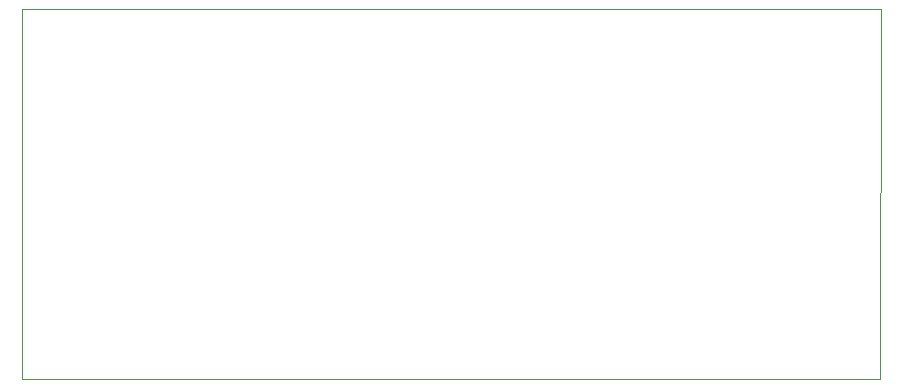
<source format=gbr>
G04 #@! TF.GenerationSoftware,KiCad,Pcbnew,(5.1.4-0)*
G04 #@! TF.CreationDate,2020-03-06T11:47:25-08:00*
G04 #@! TF.ProjectId,-5V_Rail,2d35565f-5261-4696-9c2e-6b696361645f,rev?*
G04 #@! TF.SameCoordinates,Original*
G04 #@! TF.FileFunction,Profile,NP*
%FSLAX46Y46*%
G04 Gerber Fmt 4.6, Leading zero omitted, Abs format (unit mm)*
G04 Created by KiCad (PCBNEW (5.1.4-0)) date 2020-03-06 11:47:25*
%MOMM*%
%LPD*%
G04 APERTURE LIST*
%ADD10C,0.050000*%
G04 APERTURE END LIST*
D10*
X105410000Y-106680000D02*
X105410000Y-75311000D01*
X178054000Y-106680000D02*
X105410000Y-106680000D01*
X178181000Y-75311000D02*
X178054000Y-106680000D01*
X105410000Y-75311000D02*
X178181000Y-75311000D01*
M02*

</source>
